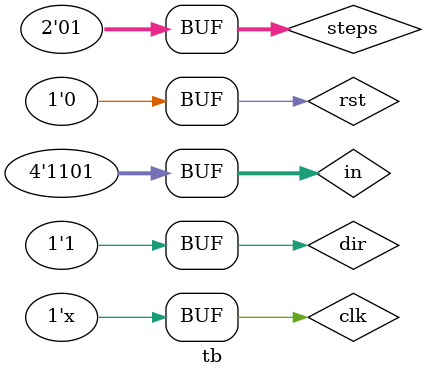
<source format=v>
module tb;

reg dir, clk, rst;
reg [3:0] in;
reg [1:0] steps;
wire [3:0] out;

barrel uut(in, steps, dir, clk, rst, out);

	always #5 clk = ~clk;
	
		initial begin
			clk = 0;
			dir = 1;
			steps = 4'b10;
			in = 4'b1101;
			rst = 0;
			#20;
			steps = 4'b01;
			#20;
		end
		
endmodule

</source>
